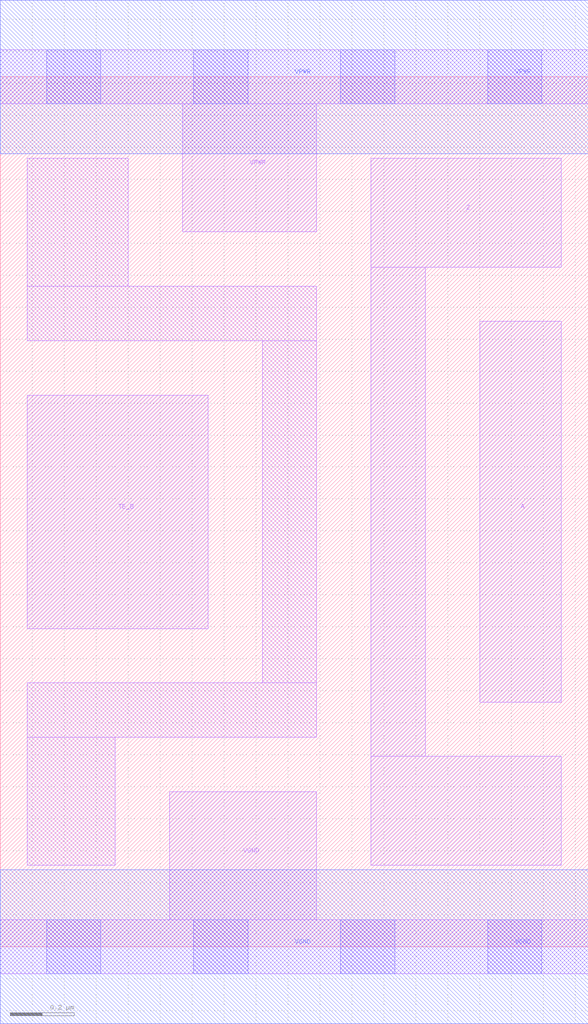
<source format=lef>
# Copyright 2020 The SkyWater PDK Authors
#
# Licensed under the Apache License, Version 2.0 (the "License");
# you may not use this file except in compliance with the License.
# You may obtain a copy of the License at
#
#     https://www.apache.org/licenses/LICENSE-2.0
#
# Unless required by applicable law or agreed to in writing, software
# distributed under the License is distributed on an "AS IS" BASIS,
# WITHOUT WARRANTIES OR CONDITIONS OF ANY KIND, either express or implied.
# See the License for the specific language governing permissions and
# limitations under the License.
#
# SPDX-License-Identifier: Apache-2.0

VERSION 5.7 ;
  NAMESCASESENSITIVE ON ;
  NOWIREEXTENSIONATPIN ON ;
  DIVIDERCHAR "/" ;
  BUSBITCHARS "[]" ;
UNITS
  DATABASE MICRONS 200 ;
END UNITS
MACRO sky130_fd_sc_hd__einvn_0
  CLASS CORE ;
  SOURCE USER ;
  FOREIGN sky130_fd_sc_hd__einvn_0 ;
  ORIGIN  0.000000  0.000000 ;
  SIZE  1.840000 BY  2.720000 ;
  SYMMETRY X Y R90 ;
  SITE unithd ;
  PIN A
    ANTENNAGATEAREA  0.159000 ;
    DIRECTION INPUT ;
    USE SIGNAL ;
    PORT
      LAYER li1 ;
        RECT 1.500000 0.765000 1.755000 1.955000 ;
    END
  END A
  PIN TE_B
    ANTENNAGATEAREA  0.222000 ;
    DIRECTION INPUT ;
    USE SIGNAL ;
    PORT
      LAYER li1 ;
        RECT 0.085000 0.995000 0.650000 1.725000 ;
    END
  END TE_B
  PIN Z
    ANTENNADIFFAREA  0.275600 ;
    DIRECTION OUTPUT ;
    USE SIGNAL ;
    PORT
      LAYER li1 ;
        RECT 1.160000 0.255000 1.755000 0.595000 ;
        RECT 1.160000 0.595000 1.330000 2.125000 ;
        RECT 1.160000 2.125000 1.755000 2.465000 ;
    END
  END Z
  PIN VGND
    DIRECTION INOUT ;
    SHAPE ABUTMENT ;
    USE GROUND ;
    PORT
      LAYER li1 ;
        RECT 0.000000 -0.085000 1.840000 0.085000 ;
        RECT 0.530000  0.085000 0.990000 0.485000 ;
      LAYER mcon ;
        RECT 0.145000 -0.085000 0.315000 0.085000 ;
        RECT 0.605000 -0.085000 0.775000 0.085000 ;
        RECT 1.065000 -0.085000 1.235000 0.085000 ;
        RECT 1.525000 -0.085000 1.695000 0.085000 ;
      LAYER met1 ;
        RECT 0.000000 -0.240000 1.840000 0.240000 ;
    END
  END VGND
  PIN VPWR
    DIRECTION INOUT ;
    SHAPE ABUTMENT ;
    USE POWER ;
    PORT
      LAYER li1 ;
        RECT 0.000000 2.635000 1.840000 2.805000 ;
        RECT 0.570000 2.235000 0.990000 2.635000 ;
      LAYER mcon ;
        RECT 0.145000 2.635000 0.315000 2.805000 ;
        RECT 0.605000 2.635000 0.775000 2.805000 ;
        RECT 1.065000 2.635000 1.235000 2.805000 ;
        RECT 1.525000 2.635000 1.695000 2.805000 ;
      LAYER met1 ;
        RECT 0.000000 2.480000 1.840000 2.960000 ;
    END
  END VPWR
  OBS
    LAYER li1 ;
      RECT 0.085000 0.255000 0.360000 0.655000 ;
      RECT 0.085000 0.655000 0.990000 0.825000 ;
      RECT 0.085000 1.895000 0.990000 2.065000 ;
      RECT 0.085000 2.065000 0.400000 2.465000 ;
      RECT 0.820000 0.825000 0.990000 1.895000 ;
  END
END sky130_fd_sc_hd__einvn_0
END LIBRARY

</source>
